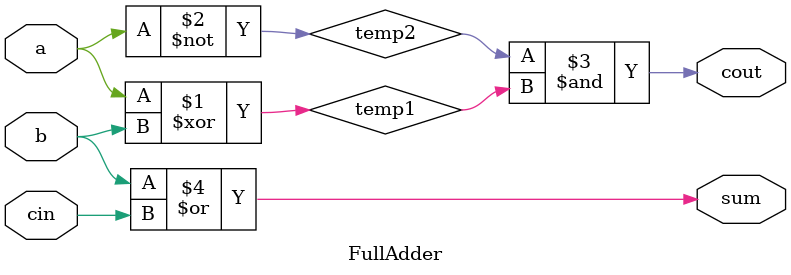
<source format=sv>
module FullAdder(input logic a, b, cin,
                 output logic sum, cout);

    logic temp1, temp2;

    assign temp1 = a ^ b;
    assign temp2 = ~a;
    assign cout = temp2 & temp1;
    assign sum = b | cin;
    
endmodule

</source>
